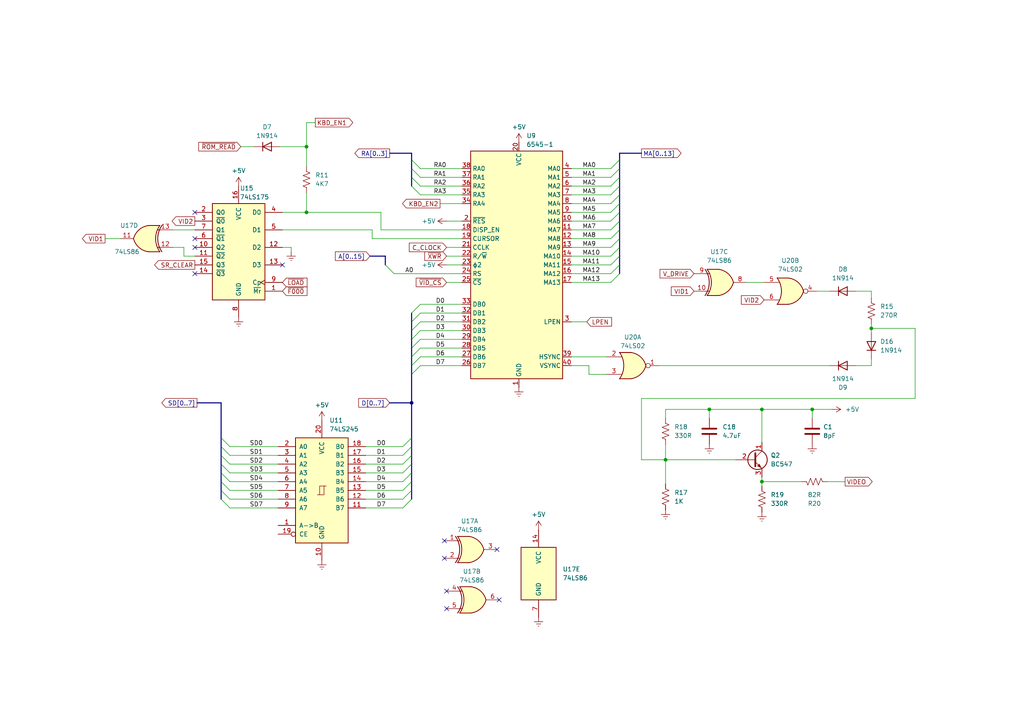
<source format=kicad_sch>
(kicad_sch (version 20230121) (generator eeschema)
  (paper "A4")
  (title_block (title "Microbee Kit") (date "1982") (rev "1") (comment 1 "(c) 1982 OJH MICROWORLD") (comment 2 "Schematic Resrawn by Rhys Weatherley"))
  (lib_symbols
    (symbol "74xx:74LS02" (pin_names (offset 1.016))
      (property "Reference" "U" (at 0 1.27 0))
      (property "Value" "74LS02" (at 0 -1.27 0))
      (symbol "74LS02_1_1"
        (arc (start -3.81 -3.81) (mid -2.589 0) (end -3.81 3.81) (stroke (width 0.254)))
        (arc (start -0.6096 -3.81) (mid 2.1842 -2.5851) (end 3.81 0) (stroke (width 0.254)) (fill (type background)))
        (polyline (pts (xy -3.81 -3.81) (xy -0.635 -3.81)) (stroke (width 0.254)) (fill (type background)))
        (polyline (pts (xy -3.81 3.81) (xy -0.635 3.81)) (stroke (width 0.254)) (fill (type background)))
        (polyline (pts (xy -0.635 3.81) (xy -3.81 3.81) (xy -3.81 3.81) (xy -3.556 3.4036) (xy -3.0226 2.2606) (xy -2.6924 1.0414) (xy -2.6162 -0.254) (xy -2.7686 -1.4986) (xy -3.175 -2.7178) (xy -3.81 -3.81) (xy -3.81 -3.81) (xy -0.635 -3.81)) (stroke (width -25.4)) (fill (type background)))
        (arc (start 3.81 0) (mid 2.1915 2.5936) (end -0.6096 3.81) (stroke (width 0.254)) (fill (type background)))
        (pin output inverted (at 7.62 0 180) (length 3.81) (name "~") (number "1"))
        (pin input line (at -7.62 2.54 0) (length 4.318) (name "~") (number "2"))
        (pin input line (at -7.62 -2.54 0) (length 4.318) (name "~") (number "3"))
      )
      (symbol "74LS02_1_2"
        (arc (start 0 -3.81) (mid 3.7934 0) (end 0 3.81) (stroke (width 0.254)) (fill (type background)))
        (polyline (pts (xy 0 3.81) (xy -3.81 3.81) (xy -3.81 -3.81) (xy 0 -3.81)) (stroke (width 0.254)) (fill (type background)))
        (pin output line (at 7.62 0 180) (length 3.81) (name "~") (number "1"))
        (pin input inverted (at -7.62 2.54 0) (length 3.81) (name "~") (number "2"))
        (pin input inverted (at -7.62 -2.54 0) (length 3.81) (name "~") (number "3"))
      )
      (symbol "74LS02_2_1"
        (arc (start -3.81 -3.81) (mid -2.589 0) (end -3.81 3.81) (stroke (width 0.254)))
        (arc (start -0.6096 -3.81) (mid 2.1842 -2.5851) (end 3.81 0) (stroke (width 0.254)) (fill (type background)))
        (polyline (pts (xy -3.81 -3.81) (xy -0.635 -3.81)) (stroke (width 0.254)) (fill (type background)))
        (polyline (pts (xy -3.81 3.81) (xy -0.635 3.81)) (stroke (width 0.254)) (fill (type background)))
        (polyline (pts (xy -0.635 3.81) (xy -3.81 3.81) (xy -3.81 3.81) (xy -3.556 3.4036) (xy -3.0226 2.2606) (xy -2.6924 1.0414) (xy -2.6162 -0.254) (xy -2.7686 -1.4986) (xy -3.175 -2.7178) (xy -3.81 -3.81) (xy -3.81 -3.81) (xy -0.635 -3.81)) (stroke (width -25.4)) (fill (type background)))
        (arc (start 3.81 0) (mid 2.1915 2.5936) (end -0.6096 3.81) (stroke (width 0.254)) (fill (type background)))
        (pin output inverted (at 7.62 0 180) (length 3.81) (name "~") (number "4"))
        (pin input line (at -7.62 2.54 0) (length 4.318) (name "~") (number "5"))
        (pin input line (at -7.62 -2.54 0) (length 4.318) (name "~") (number "6"))
      )
      (symbol "74LS02_2_2"
        (arc (start 0 -3.81) (mid 3.7934 0) (end 0 3.81) (stroke (width 0.254)) (fill (type background)))
        (polyline (pts (xy 0 3.81) (xy -3.81 3.81) (xy -3.81 -3.81) (xy 0 -3.81)) (stroke (width 0.254)) (fill (type background)))
        (pin output line (at 7.62 0 180) (length 3.81) (name "~") (number "4"))
        (pin input inverted (at -7.62 2.54 0) (length 3.81) (name "~") (number "5"))
        (pin input inverted (at -7.62 -2.54 0) (length 3.81) (name "~") (number "6"))
      )
      (symbol "74LS02_3_1"
        (arc (start -3.81 -3.81) (mid -2.589 0) (end -3.81 3.81) (stroke (width 0.254)))
        (arc (start -0.6096 -3.81) (mid 2.1842 -2.5851) (end 3.81 0) (stroke (width 0.254)) (fill (type background)))
        (polyline (pts (xy -3.81 -3.81) (xy -0.635 -3.81)) (stroke (width 0.254)) (fill (type background)))
        (polyline (pts (xy -3.81 3.81) (xy -0.635 3.81)) (stroke (width 0.254)) (fill (type background)))
        (polyline (pts (xy -0.635 3.81) (xy -3.81 3.81) (xy -3.81 3.81) (xy -3.556 3.4036) (xy -3.0226 2.2606) (xy -2.6924 1.0414) (xy -2.6162 -0.254) (xy -2.7686 -1.4986) (xy -3.175 -2.7178) (xy -3.81 -3.81) (xy -3.81 -3.81) (xy -0.635 -3.81)) (stroke (width -25.4)) (fill (type background)))
        (arc (start 3.81 0) (mid 2.1915 2.5936) (end -0.6096 3.81) (stroke (width 0.254)) (fill (type background)))
        (pin output inverted (at 7.62 0 180) (length 3.81) (name "~") (number "10"))
        (pin input line (at -7.62 2.54 0) (length 4.318) (name "~") (number "8"))
        (pin input line (at -7.62 -2.54 0) (length 4.318) (name "~") (number "9"))
      )
      (symbol "74LS02_3_2"
        (arc (start 0 -3.81) (mid 3.7934 0) (end 0 3.81) (stroke (width 0.254)) (fill (type background)))
        (polyline (pts (xy 0 3.81) (xy -3.81 3.81) (xy -3.81 -3.81) (xy 0 -3.81)) (stroke (width 0.254)) (fill (type background)))
        (pin output line (at 7.62 0 180) (length 3.81) (name "~") (number "10"))
        (pin input inverted (at -7.62 2.54 0) (length 3.81) (name "~") (number "8"))
        (pin input inverted (at -7.62 -2.54 0) (length 3.81) (name "~") (number "9"))
      )
      (symbol "74LS02_4_1"
        (arc (start -3.81 -3.81) (mid -2.589 0) (end -3.81 3.81) (stroke (width 0.254)))
        (arc (start -0.6096 -3.81) (mid 2.1842 -2.5851) (end 3.81 0) (stroke (width 0.254)) (fill (type background)))
        (polyline (pts (xy -3.81 -3.81) (xy -0.635 -3.81)) (stroke (width 0.254)) (fill (type background)))
        (polyline (pts (xy -3.81 3.81) (xy -0.635 3.81)) (stroke (width 0.254)) (fill (type background)))
        (polyline (pts (xy -0.635 3.81) (xy -3.81 3.81) (xy -3.81 3.81) (xy -3.556 3.4036) (xy -3.0226 2.2606) (xy -2.6924 1.0414) (xy -2.6162 -0.254) (xy -2.7686 -1.4986) (xy -3.175 -2.7178) (xy -3.81 -3.81) (xy -3.81 -3.81) (xy -0.635 -3.81)) (stroke (width -25.4)) (fill (type background)))
        (arc (start 3.81 0) (mid 2.1915 2.5936) (end -0.6096 3.81) (stroke (width 0.254)) (fill (type background)))
        (pin input line (at -7.62 2.54 0) (length 4.318) (name "~") (number "11"))
        (pin input line (at -7.62 -2.54 0) (length 4.318) (name "~") (number "12"))
        (pin output inverted (at 7.62 0 180) (length 3.81) (name "~") (number "13"))
      )
      (symbol "74LS02_4_2"
        (arc (start 0 -3.81) (mid 3.7934 0) (end 0 3.81) (stroke (width 0.254)) (fill (type background)))
        (polyline (pts (xy 0 3.81) (xy -3.81 3.81) (xy -3.81 -3.81) (xy 0 -3.81)) (stroke (width 0.254)) (fill (type background)))
        (pin input inverted (at -7.62 2.54 0) (length 3.81) (name "~") (number "11"))
        (pin input inverted (at -7.62 -2.54 0) (length 3.81) (name "~") (number "12"))
        (pin output line (at 7.62 0 180) (length 3.81) (name "~") (number "13"))
      )
      (symbol "74LS02_5_0"
        (pin power_in line (at 0 12.7 270) (length 5.08) (name "VCC") (number "14"))
        (pin power_in line (at 0 -12.7 90) (length 5.08) (name "GND") (number "7"))
      )
      (symbol "74LS02_5_1"
        (rectangle (start -5.08 7.62) (end 5.08 -7.62) (stroke (width 0.254)) (fill (type background)))
      )
    )
    (symbol "74xx:74LS175" (pin_names (offset 1.016))
      (property "Reference" "U" (at -7.62 13.97 0))
      (property "Value" "74LS175" (at -7.62 -16.51 0))
      (symbol "74LS175_1_0"
        (pin input line (at -12.7 -12.7 0) (length 5.08) (name "~{Mr}") (number "1"))
        (pin output line (at 12.7 0 180) (length 5.08) (name "Q2") (number "10"))
        (pin output line (at 12.7 -2.54 180) (length 5.08) (name "~{Q2}") (number "11"))
        (pin input line (at -12.7 0 0) (length 5.08) (name "D2") (number "12"))
        (pin input line (at -12.7 -5.08 0) (length 5.08) (name "D3") (number "13"))
        (pin output line (at 12.7 -7.62 180) (length 5.08) (name "~{Q3}") (number "14"))
        (pin output line (at 12.7 -5.08 180) (length 5.08) (name "Q3") (number "15"))
        (pin power_in line (at 0 17.78 270) (length 5.08) (name "VCC") (number "16"))
        (pin output line (at 12.7 10.16 180) (length 5.08) (name "Q0") (number "2"))
        (pin output line (at 12.7 7.62 180) (length 5.08) (name "~{Q0}") (number "3"))
        (pin input line (at -12.7 10.16 0) (length 5.08) (name "D0") (number "4"))
        (pin input line (at -12.7 5.08 0) (length 5.08) (name "D1") (number "5"))
        (pin output line (at 12.7 2.54 180) (length 5.08) (name "~{Q1}") (number "6"))
        (pin output line (at 12.7 5.08 180) (length 5.08) (name "Q1") (number "7"))
        (pin power_in line (at 0 -20.32 90) (length 5.08) (name "GND") (number "8"))
        (pin input clock (at -12.7 -10.16 0) (length 5.08) (name "Cp") (number "9"))
      )
      (symbol "74LS175_1_1"
        (rectangle (start -7.62 12.7) (end 7.62 -15.24) (stroke (width 0.254)) (fill (type background)))
      )
    )
    (symbol "74xx:74LS245" (pin_names (offset 1.016))
      (property "Reference" "U" (at -7.62 16.51 0))
      (property "Value" "74LS245" (at -7.62 -16.51 0))
      (symbol "74LS245_1_0"
        (polyline (pts (xy -0.635 -1.27) (xy -0.635 1.27) (xy 0.635 1.27)))
        (polyline (pts (xy -1.27 -1.27) (xy 0.635 -1.27) (xy 0.635 1.27) (xy 1.27 1.27)))
        (pin input line (at -12.7 -10.16 0) (length 5.08) (name "A->B") (number "1"))
        (pin power_in line (at 0 -20.32 90) (length 5.08) (name "GND") (number "10"))
        (pin tri_state line (at 12.7 -5.08 180) (length 5.08) (name "B7") (number "11"))
        (pin tri_state line (at 12.7 -2.54 180) (length 5.08) (name "B6") (number "12"))
        (pin tri_state line (at 12.7 0 180) (length 5.08) (name "B5") (number "13"))
        (pin tri_state line (at 12.7 2.54 180) (length 5.08) (name "B4") (number "14"))
        (pin tri_state line (at 12.7 5.08 180) (length 5.08) (name "B3") (number "15"))
        (pin tri_state line (at 12.7 7.62 180) (length 5.08) (name "B2") (number "16"))
        (pin tri_state line (at 12.7 10.16 180) (length 5.08) (name "B1") (number "17"))
        (pin tri_state line (at 12.7 12.7 180) (length 5.08) (name "B0") (number "18"))
        (pin input inverted (at -12.7 -12.7 0) (length 5.08) (name "CE") (number "19"))
        (pin tri_state line (at -12.7 12.7 0) (length 5.08) (name "A0") (number "2"))
        (pin power_in line (at 0 20.32 270) (length 5.08) (name "VCC") (number "20"))
        (pin tri_state line (at -12.7 10.16 0) (length 5.08) (name "A1") (number "3"))
        (pin tri_state line (at -12.7 7.62 0) (length 5.08) (name "A2") (number "4"))
        (pin tri_state line (at -12.7 5.08 0) (length 5.08) (name "A3") (number "5"))
        (pin tri_state line (at -12.7 2.54 0) (length 5.08) (name "A4") (number "6"))
        (pin tri_state line (at -12.7 0 0) (length 5.08) (name "A5") (number "7"))
        (pin tri_state line (at -12.7 -2.54 0) (length 5.08) (name "A6") (number "8"))
        (pin tri_state line (at -12.7 -5.08 0) (length 5.08) (name "A7") (number "9"))
      )
      (symbol "74LS245_1_1"
        (rectangle (start -7.62 15.24) (end 7.62 -15.24) (stroke (width 0.254)) (fill (type background)))
      )
    )
    (symbol "74xx:74LS86" (pin_names (offset 1.016))
      (property "Reference" "U" (at 0 1.27 0))
      (property "Value" "74LS86" (at 0 -1.27 0))
      (symbol "74LS86_1_0"
        (arc (start -4.4196 -3.81) (mid -3.2033 0) (end -4.4196 3.81) (stroke (width 0.254)))
        (arc (start -3.81 -3.81) (mid -2.589 0) (end -3.81 3.81) (stroke (width 0.254)))
        (arc (start -0.6096 -3.81) (mid 2.1842 -2.5851) (end 3.81 0) (stroke (width 0.254)) (fill (type background)))
        (polyline (pts (xy -3.81 -3.81) (xy -0.635 -3.81)) (stroke (width 0.254)) (fill (type background)))
        (polyline (pts (xy -3.81 3.81) (xy -0.635 3.81)) (stroke (width 0.254)) (fill (type background)))
        (polyline (pts (xy -0.635 3.81) (xy -3.81 3.81) (xy -3.81 3.81) (xy -3.556 3.4036) (xy -3.0226 2.2606) (xy -2.6924 1.0414) (xy -2.6162 -0.254) (xy -2.7686 -1.4986) (xy -3.175 -2.7178) (xy -3.81 -3.81) (xy -3.81 -3.81) (xy -0.635 -3.81)) (stroke (width -25.4)) (fill (type background)))
        (arc (start 3.81 0) (mid 2.1915 2.5936) (end -0.6096 3.81) (stroke (width 0.254)) (fill (type background)))
        (pin input line (at -7.62 2.54 0) (length 4.445) (name "~") (number "1"))
        (pin input line (at -7.62 -2.54 0) (length 4.445) (name "~") (number "2"))
        (pin output line (at 7.62 0 180) (length 3.81) (name "~") (number "3"))
      )
      (symbol "74LS86_1_1"
        (polyline (pts (xy -3.81 -2.54) (xy -3.175 -2.54)) (stroke (width 0.1524)))
        (polyline (pts (xy -3.81 2.54) (xy -3.175 2.54)) (stroke (width 0.1524)))
      )
      (symbol "74LS86_2_0"
        (arc (start -4.4196 -3.81) (mid -3.2033 0) (end -4.4196 3.81) (stroke (width 0.254)))
        (arc (start -3.81 -3.81) (mid -2.589 0) (end -3.81 3.81) (stroke (width 0.254)))
        (arc (start -0.6096 -3.81) (mid 2.1842 -2.5851) (end 3.81 0) (stroke (width 0.254)) (fill (type background)))
        (polyline (pts (xy -3.81 -3.81) (xy -0.635 -3.81)) (stroke (width 0.254)) (fill (type background)))
        (polyline (pts (xy -3.81 3.81) (xy -0.635 3.81)) (stroke (width 0.254)) (fill (type background)))
        (polyline (pts (xy -0.635 3.81) (xy -3.81 3.81) (xy -3.81 3.81) (xy -3.556 3.4036) (xy -3.0226 2.2606) (xy -2.6924 1.0414) (xy -2.6162 -0.254) (xy -2.7686 -1.4986) (xy -3.175 -2.7178) (xy -3.81 -3.81) (xy -3.81 -3.81) (xy -0.635 -3.81)) (stroke (width -25.4)) (fill (type background)))
        (arc (start 3.81 0) (mid 2.1915 2.5936) (end -0.6096 3.81) (stroke (width 0.254)) (fill (type background)))
        (pin input line (at -7.62 2.54 0) (length 4.445) (name "~") (number "4"))
        (pin input line (at -7.62 -2.54 0) (length 4.445) (name "~") (number "5"))
        (pin output line (at 7.62 0 180) (length 3.81) (name "~") (number "6"))
      )
      (symbol "74LS86_2_1"
        (polyline (pts (xy -3.81 -2.54) (xy -3.175 -2.54)) (stroke (width 0.1524)))
        (polyline (pts (xy -3.81 2.54) (xy -3.175 2.54)) (stroke (width 0.1524)))
      )
      (symbol "74LS86_3_0"
        (arc (start -4.4196 -3.81) (mid -3.2033 0) (end -4.4196 3.81) (stroke (width 0.254)))
        (arc (start -3.81 -3.81) (mid -2.589 0) (end -3.81 3.81) (stroke (width 0.254)))
        (arc (start -0.6096 -3.81) (mid 2.1842 -2.5851) (end 3.81 0) (stroke (width 0.254)) (fill (type background)))
        (polyline (pts (xy -3.81 -3.81) (xy -0.635 -3.81)) (stroke (width 0.254)) (fill (type background)))
        (polyline (pts (xy -3.81 3.81) (xy -0.635 3.81)) (stroke (width 0.254)) (fill (type background)))
        (polyline (pts (xy -0.635 3.81) (xy -3.81 3.81) (xy -3.81 3.81) (xy -3.556 3.4036) (xy -3.0226 2.2606) (xy -2.6924 1.0414) (xy -2.6162 -0.254) (xy -2.7686 -1.4986) (xy -3.175 -2.7178) (xy -3.81 -3.81) (xy -3.81 -3.81) (xy -0.635 -3.81)) (stroke (width -25.4)) (fill (type background)))
        (arc (start 3.81 0) (mid 2.1915 2.5936) (end -0.6096 3.81) (stroke (width 0.254)) (fill (type background)))
        (pin input line (at -7.62 -2.54 0) (length 4.445) (name "~") (number "10"))
        (pin output line (at 7.62 0 180) (length 3.81) (name "~") (number "8"))
        (pin input line (at -7.62 2.54 0) (length 4.445) (name "~") (number "9"))
      )
      (symbol "74LS86_3_1"
        (polyline (pts (xy -3.81 -2.54) (xy -3.175 -2.54)) (stroke (width 0.1524)))
        (polyline (pts (xy -3.81 2.54) (xy -3.175 2.54)) (stroke (width 0.1524)))
      )
      (symbol "74LS86_4_0"
        (arc (start -4.4196 -3.81) (mid -3.2033 0) (end -4.4196 3.81) (stroke (width 0.254)))
        (arc (start -3.81 -3.81) (mid -2.589 0) (end -3.81 3.81) (stroke (width 0.254)))
        (arc (start -0.6096 -3.81) (mid 2.1842 -2.5851) (end 3.81 0) (stroke (width 0.254)) (fill (type background)))
        (polyline (pts (xy -3.81 -3.81) (xy -0.635 -3.81)) (stroke (width 0.254)) (fill (type background)))
        (polyline (pts (xy -3.81 3.81) (xy -0.635 3.81)) (stroke (width 0.254)) (fill (type background)))
        (polyline (pts (xy -0.635 3.81) (xy -3.81 3.81) (xy -3.81 3.81) (xy -3.556 3.4036) (xy -3.0226 2.2606) (xy -2.6924 1.0414) (xy -2.6162 -0.254) (xy -2.7686 -1.4986) (xy -3.175 -2.7178) (xy -3.81 -3.81) (xy -3.81 -3.81) (xy -0.635 -3.81)) (stroke (width -25.4)) (fill (type background)))
        (arc (start 3.81 0) (mid 2.1915 2.5936) (end -0.6096 3.81) (stroke (width 0.254)) (fill (type background)))
        (pin output line (at 7.62 0 180) (length 3.81) (name "~") (number "11"))
        (pin input line (at -7.62 2.54 0) (length 4.445) (name "~") (number "12"))
        (pin input line (at -7.62 -2.54 0) (length 4.445) (name "~") (number "13"))
      )
      (symbol "74LS86_4_1"
        (polyline (pts (xy -3.81 -2.54) (xy -3.175 -2.54)) (stroke (width 0.1524)))
        (polyline (pts (xy -3.81 2.54) (xy -3.175 2.54)) (stroke (width 0.1524)))
      )
      (symbol "74LS86_5_0"
        (pin power_in line (at 0 12.7 270) (length 5.08) (name "VCC") (number "14"))
        (pin power_in line (at 0 -12.7 90) (length 5.08) (name "GND") (number "7"))
      )
      (symbol "74LS86_5_1"
        (rectangle (start -5.08 7.62) (end 5.08 -7.62) (stroke (width 0.254)) (fill (type background)))
      )
    )
    (symbol "Device:C" (pin_numbers hide) (pin_names (offset 0.254))
      (property "Reference" "C" (at 0.635 2.54 0))
      (property "Value" "C" (at 0.635 -2.54 0))
      (symbol "C_0_1"
        (polyline (pts (xy -2.032 -0.762) (xy 2.032 -0.762)) (stroke (width 0.508)))
        (polyline (pts (xy -2.032 0.762) (xy 2.032 0.762)) (stroke (width 0.508)))
      )
      (symbol "C_1_1"
        (pin passive line (at 0 3.81 270) (length 2.794) (name "~") (number "1"))
        (pin passive line (at 0 -3.81 90) (length 2.794) (name "~") (number "2"))
      )
    )
    (symbol "Device:R_US" (pin_numbers hide) (pin_names (offset 0))
      (property "Reference" "R" (at 2.54 0 90))
      (property "Value" "R_US" (at -2.54 0 90))
      (symbol "R_US_0_1"
        (polyline (pts (xy 0 -2.286) (xy 0 -2.54)))
        (polyline (pts (xy 0 2.286) (xy 0 2.54)))
        (polyline (pts (xy 0 -0.762) (xy 1.016 -1.143) (xy 0 -1.524) (xy -1.016 -1.905) (xy 0 -2.286)))
        (polyline (pts (xy 0 0.762) (xy 1.016 0.381) (xy 0 0) (xy -1.016 -0.381) (xy 0 -0.762)))
        (polyline (pts (xy 0 2.286) (xy 1.016 1.905) (xy 0 1.524) (xy -1.016 1.143) (xy 0 0.762)))
      )
      (symbol "R_US_1_1"
        (pin passive line (at 0 3.81 270) (length 1.27) (name "~") (number "1"))
        (pin passive line (at 0 -3.81 90) (length 1.27) (name "~") (number "2"))
      )
    )
    (symbol "Diode:1N914" (pin_numbers hide) (pin_names hide)
      (property "Reference" "D" (at 0 2.54 0))
      (property "Value" "1N914" (at 0 -2.54 0))
      (symbol "1N914_0_1"
        (polyline (pts (xy -1.27 1.27) (xy -1.27 -1.27)) (stroke (width 0.254)))
        (polyline (pts (xy 1.27 0) (xy -1.27 0)))
        (polyline (pts (xy 1.27 1.27) (xy 1.27 -1.27) (xy -1.27 0) (xy 1.27 1.27)) (stroke (width 0.254)))
      )
      (symbol "1N914_1_1"
        (pin passive line (at -3.81 0 0) (length 2.54) (name "K") (number "1"))
        (pin passive line (at 3.81 0 180) (length 2.54) (name "A") (number "2"))
      )
    )
    (symbol "MOS_6545_CRT:6545-1"
      (property "Reference" "U" (at 3.81 2.54 0))
      (property "Value" "6545-1" (at 6.35 0 0))
      (symbol "6545-1_1_1"
        (rectangle (start -13.97 -2.54) (end 12.7 -68.58) (stroke (width 0.25)) (fill (type background)))
        (pin power_in line (at 0 -71.12 90) (length 2.54) (name "GND") (number "1"))
        (pin output line (at 15.24 -22.86 180) (length 2.54) (name "MA6") (number "10"))
        (pin output line (at 15.24 -25.4 180) (length 2.54) (name "MA7") (number "11"))
        (pin output line (at 15.24 -27.94 180) (length 2.54) (name "MA8") (number "12"))
        (pin output line (at 15.24 -30.48 180) (length 2.54) (name "MA9") (number "13"))
        (pin output line (at 15.24 -33.02 180) (length 2.54) (name "MA10") (number "14"))
        (pin output line (at 15.24 -35.56 180) (length 2.54) (name "MA11") (number "15"))
        (pin output line (at 15.24 -38.1 180) (length 2.54) (name "MA12") (number "16"))
        (pin output line (at 15.24 -40.64 180) (length 2.54) (name "MA13") (number "17"))
        (pin input line (at -16.51 -25.4 0) (length 2.54) (name "DISP_EN") (number "18"))
        (pin input line (at -16.51 -27.94 0) (length 2.54) (name "CURSOR") (number "19"))
        (pin input line (at -16.51 -22.86 0) (length 2.54) (name "~{RES}") (number "2"))
        (pin power_in line (at 0 0 270) (length 2.54) (name "VCC") (number "20"))
        (pin input line (at -16.51 -30.48 0) (length 2.54) (name "CCLK") (number "21"))
        (pin input line (at -16.51 -33.02 0) (length 2.54) (name "R/~{W}") (number "22"))
        (pin input line (at -16.51 -35.56 0) (length 2.54) (name "ϕ2") (number "23"))
        (pin input line (at -16.51 -38.1 0) (length 2.54) (name "RS") (number "24"))
        (pin input line (at -16.51 -40.64 0) (length 2.54) (name "~{CS}") (number "25"))
        (pin bidirectional line (at -16.51 -64.77 0) (length 2.54) (name "DB7") (number "26"))
        (pin bidirectional line (at -16.51 -62.23 0) (length 2.54) (name "DB6") (number "27"))
        (pin bidirectional line (at -16.51 -59.69 0) (length 2.54) (name "DB5") (number "28"))
        (pin bidirectional line (at -16.51 -57.15 0) (length 2.54) (name "DB4") (number "29"))
        (pin input line (at 15.24 -52.07 180) (length 2.54) (name "LPEN") (number "3"))
        (pin bidirectional line (at -16.51 -54.61 0) (length 2.54) (name "DB3") (number "30"))
        (pin bidirectional line (at -16.51 -52.07 0) (length 2.54) (name "DB2") (number "31"))
        (pin bidirectional line (at -16.51 -49.53 0) (length 2.54) (name "DB1") (number "32"))
        (pin bidirectional line (at -16.51 -46.99 0) (length 2.54) (name "DB0") (number "33"))
        (pin output line (at -16.51 -17.78 0) (length 2.54) (name "RA4") (number "34"))
        (pin output line (at -16.51 -15.24 0) (length 2.54) (name "RA3") (number "35"))
        (pin output line (at -16.51 -12.7 0) (length 2.54) (name "RA2") (number "36"))
        (pin output line (at -16.51 -10.16 0) (length 2.54) (name "RA1") (number "37"))
        (pin output line (at -16.51 -7.62 0) (length 2.54) (name "RA0") (number "38"))
        (pin input line (at 15.24 -62.23 180) (length 2.54) (name "HSYNC") (number "39"))
        (pin output line (at 15.24 -7.62 180) (length 2.54) (name "MA0") (number "4"))
        (pin input line (at 15.24 -64.77 180) (length 2.54) (name "VSYNC") (number "40"))
        (pin output line (at 15.24 -10.16 180) (length 2.54) (name "MA1") (number "5"))
        (pin output line (at 15.24 -12.7 180) (length 2.54) (name "MA2") (number "6"))
        (pin output line (at 15.24 -15.24 180) (length 2.54) (name "MA3") (number "7"))
        (pin output line (at 15.24 -17.78 180) (length 2.54) (name "MA4") (number "8"))
        (pin output line (at 15.24 -20.32 180) (length 2.54) (name "MA5") (number "9"))
      )
    )
    (symbol "Transistor_BJT:BC547" (pin_names (offset 0) hide)
      (property "Reference" "Q" (at 5.08 1.905 0))
      (property "Value" "BC547" (at 5.08 0 0))
      (symbol "BC547_0_1"
        (polyline (pts (xy 0 0) (xy 0.635 0)))
        (polyline (pts (xy 0.635 0.635) (xy 2.54 2.54)))
        (polyline (pts (xy 0.635 -0.635) (xy 2.54 -2.54) (xy 2.54 -2.54)))
        (polyline (pts (xy 0.635 1.905) (xy 0.635 -1.905) (xy 0.635 -1.905)) (stroke (width 0.508)))
        (polyline (pts (xy 1.27 -1.778) (xy 1.778 -1.27) (xy 2.286 -2.286) (xy 1.27 -1.778) (xy 1.27 -1.778)) (fill (type outline)))
        (circle (center 1.27 0) (radius 2.8194) (stroke (width 0.254)))
      )
      (symbol "BC547_1_1"
        (pin passive line (at 2.54 5.08 270) (length 2.54) (name "C") (number "1"))
        (pin input line (at -5.08 0 0) (length 5.08) (name "B") (number "2"))
        (pin passive line (at 2.54 -5.08 90) (length 2.54) (name "E") (number "3"))
      )
    )
    (symbol "power:+5V" (power) (pin_names (offset 0))
      (property "Value" "+5V" (at 0 3.556 0))
      (symbol "+5V_0_1"
        (polyline (pts (xy -0.762 1.27) (xy 0 2.54)))
        (polyline (pts (xy 0 0) (xy 0 2.54)))
        (polyline (pts (xy 0 2.54) (xy 0.762 1.27)))
      )
      (symbol "+5V_1_1"
        (pin power_in line (at 0 0 90) (length 0) hide (name "+5V") (number "1"))
      )
    )
    (symbol "power:Earth" (power) (pin_names (offset 0))
      (symbol "Earth_0_1"
        (polyline (pts (xy -0.635 -1.905) (xy 0.635 -1.905)))
        (polyline (pts (xy -0.127 -2.54) (xy 0.127 -2.54)))
        (polyline (pts (xy 0 -1.27) (xy 0 0)))
        (polyline (pts (xy 1.27 -1.27) (xy -1.27 -1.27)))
      )
      (symbol "Earth_1_1"
        (pin power_in line (at 0 0 270) (length 0) hide (name "Earth") (number "1"))
      )
    )
  )
  (junction (at 205.74 118.745))
  (junction (at 119.38 116.84))
  (junction (at 220.98 139.7))
  (junction (at 235.585 118.745))
  (junction (at 88.9 42.545))
  (junction (at 88.9 61.595))
  (junction (at 193.04 133.35))
  (junction (at 252.73 95.25))
  (junction (at 220.98 118.745))
  (no_connect (at 129.54 176.53))
  (no_connect (at 129.54 171.45))
  (no_connect (at 128.905 156.845))
  (no_connect (at 56.515 69.215))
  (no_connect (at 144.145 159.385))
  (no_connect (at 128.905 161.925))
  (no_connect (at 56.515 79.375))
  (no_connect (at 144.78 173.99))
  (no_connect (at 56.515 61.595))
  (no_connect (at 56.515 71.755))
  (no_connect (at 81.915 76.835))
  (bus_entry (at 119.38 95.885) (size 2.54 -2.54))
  (bus_entry (at 119.38 48.895) (size 2.54 2.54))
  (bus_entry (at 177.165 51.435) (size 2.54 -2.54))
  (bus_entry (at 177.165 71.755) (size 2.54 -2.54))
  (bus_entry (at 119.38 46.355) (size 2.54 2.54))
  (bus_entry (at 177.165 64.135) (size 2.54 -2.54))
  (bus_entry (at 111.76 76.835) (size 2.54 2.54))
  (bus_entry (at 177.165 48.895) (size 2.54 -2.54))
  (bus_entry (at 64.135 132.08) (size 2.54 2.54))
  (bus_entry (at 119.38 90.805) (size 2.54 -2.54))
  (bus_entry (at 64.135 137.16) (size 2.54 2.54))
  (bus_entry (at 119.38 106.045) (size 2.54 -2.54))
  (bus_entry (at 177.165 74.295) (size 2.54 -2.54))
  (bus_entry (at 116.84 129.54) (size 2.54 -2.54))
  (bus_entry (at 177.165 53.975) (size 2.54 -2.54))
  (bus_entry (at 177.165 76.835) (size 2.54 -2.54))
  (bus_entry (at 119.38 93.345) (size 2.54 -2.54))
  (bus_entry (at 116.84 137.16) (size 2.54 -2.54))
  (bus_entry (at 177.165 61.595) (size 2.54 -2.54))
  (bus_entry (at 116.84 147.32) (size 2.54 -2.54))
  (bus_entry (at 177.165 81.915) (size 2.54 -2.54))
  (bus_entry (at 119.38 100.965) (size 2.54 -2.54))
  (bus_entry (at 119.38 103.505) (size 2.54 -2.54))
  (bus_entry (at 119.38 108.585) (size 2.54 -2.54))
  (bus_entry (at 64.135 142.24) (size 2.54 2.54))
  (bus_entry (at 64.135 129.54) (size 2.54 2.54))
  (bus_entry (at 64.135 127) (size 2.54 2.54))
  (bus_entry (at 177.165 79.375) (size 2.54 -2.54))
  (bus_entry (at 119.38 51.435) (size 2.54 2.54))
  (bus_entry (at 116.84 132.08) (size 2.54 -2.54))
  (bus_entry (at 116.84 134.62) (size 2.54 -2.54))
  (bus_entry (at 116.84 139.7) (size 2.54 -2.54))
  (bus_entry (at 64.135 134.62) (size 2.54 2.54))
  (bus_entry (at 177.165 56.515) (size 2.54 -2.54))
  (bus_entry (at 116.84 142.24) (size 2.54 -2.54))
  (bus_entry (at 64.135 139.7) (size 2.54 2.54))
  (bus_entry (at 116.84 144.78) (size 2.54 -2.54))
  (bus_entry (at 177.165 59.055) (size 2.54 -2.54))
  (bus_entry (at 177.165 66.675) (size 2.54 -2.54))
  (bus_entry (at 177.165 69.215) (size 2.54 -2.54))
  (bus_entry (at 64.135 144.78) (size 2.54 2.54))
  (bus_entry (at 119.38 53.975) (size 2.54 2.54))
  (bus_entry (at 119.38 98.425) (size 2.54 -2.54))
  (wire (pts (xy 121.92 98.425) (xy 133.985 98.425)))
  (wire (pts (xy 265.43 95.25) (xy 265.43 115.57)))
  (wire (pts (xy 53.34 74.295) (xy 56.515 74.295)))
  (bus (pts (xy 179.705 71.755) (xy 179.705 69.215)))
  (bus (pts (xy 179.705 69.215) (xy 179.705 66.675)))
  (wire (pts (xy 107.95 66.675) (xy 107.95 69.215)))
  (bus (pts (xy 119.38 44.45) (xy 113.03 44.45)))
  (bus (pts (xy 64.135 142.24) (xy 64.135 139.7)))
  (wire (pts (xy 69.85 42.545) (xy 73.66 42.545)))
  (bus (pts (xy 179.705 53.975) (xy 179.705 51.435)))
  (bus (pts (xy 64.135 144.78) (xy 64.135 142.24)))
  (bus (pts (xy 107.315 74.295) (xy 111.76 74.295)))
  (wire (pts (xy 81.915 61.595) (xy 88.9 61.595)))
  (wire (pts (xy 66.675 147.32) (xy 80.645 147.32)))
  (bus (pts (xy 119.38 53.975) (xy 119.38 51.435)))
  (wire (pts (xy 248.285 84.455) (xy 252.73 84.455)))
  (bus (pts (xy 119.38 116.84) (xy 119.38 127)))
  (wire (pts (xy 66.675 129.54) (xy 80.645 129.54)))
  (wire (pts (xy 193.04 118.745) (xy 205.74 118.745)))
  (wire (pts (xy 121.92 53.975) (xy 133.985 53.975)))
  (wire (pts (xy 121.92 93.345) (xy 133.985 93.345)))
  (bus (pts (xy 179.705 56.515) (xy 179.705 53.975)))
  (bus (pts (xy 64.135 116.84) (xy 57.15 116.84)))
  (wire (pts (xy 252.73 93.98) (xy 252.73 95.25)))
  (wire (pts (xy 129.54 74.295) (xy 133.985 74.295)))
  (wire (pts (xy 165.735 48.895) (xy 177.165 48.895)))
  (bus (pts (xy 119.38 98.425) (xy 119.38 100.965)))
  (wire (pts (xy 252.73 84.455) (xy 252.73 86.36)))
  (wire (pts (xy 193.04 133.35) (xy 193.04 140.335)))
  (wire (pts (xy 66.675 139.7) (xy 80.645 139.7)))
  (wire (pts (xy 66.675 134.62) (xy 80.645 134.62)))
  (bus (pts (xy 119.38 93.345) (xy 119.38 95.885)))
  (wire (pts (xy 165.735 51.435) (xy 177.165 51.435)))
  (bus (pts (xy 179.705 44.45) (xy 186.055 44.45)))
  (wire (pts (xy 165.735 76.835) (xy 177.165 76.835)))
  (wire (pts (xy 165.735 64.135) (xy 177.165 64.135)))
  (bus (pts (xy 64.135 134.62) (xy 64.135 132.08)))
  (bus (pts (xy 119.38 139.7) (xy 119.38 142.24)))
  (wire (pts (xy 265.43 115.57) (xy 186.055 115.57)))
  (wire (pts (xy 110.49 61.595) (xy 110.49 66.675)))
  (wire (pts (xy 129.54 71.755) (xy 133.985 71.755)))
  (bus (pts (xy 119.38 46.355) (xy 119.38 44.45)))
  (wire (pts (xy 121.92 51.435) (xy 133.985 51.435)))
  (wire (pts (xy 88.9 42.545) (xy 81.28 42.545)))
  (wire (pts (xy 121.92 90.805) (xy 133.985 90.805)))
  (wire (pts (xy 165.735 66.675) (xy 177.165 66.675)))
  (wire (pts (xy 106.045 134.62) (xy 116.84 134.62)))
  (wire (pts (xy 66.675 144.78) (xy 80.645 144.78)))
  (bus (pts (xy 179.705 74.295) (xy 179.705 71.755)))
  (bus (pts (xy 119.38 127) (xy 119.38 129.54)))
  (bus (pts (xy 119.38 142.24) (xy 119.38 144.78)))
  (wire (pts (xy 121.92 56.515) (xy 133.985 56.515)))
  (wire (pts (xy 165.735 56.515) (xy 177.165 56.515)))
  (wire (pts (xy 165.735 103.505) (xy 175.895 103.505)))
  (bus (pts (xy 119.38 132.08) (xy 119.38 134.62)))
  (wire (pts (xy 121.92 48.895) (xy 133.985 48.895)))
  (wire (pts (xy 165.735 61.595) (xy 177.165 61.595)))
  (wire (pts (xy 110.49 66.675) (xy 133.985 66.675)))
  (wire (pts (xy 165.735 93.345) (xy 170.18 93.345)))
  (wire (pts (xy 66.675 137.16) (xy 80.645 137.16)))
  (bus (pts (xy 64.135 139.7) (xy 64.135 137.16)))
  (wire (pts (xy 88.9 61.595) (xy 110.49 61.595)))
  (wire (pts (xy 129.54 81.915) (xy 133.985 81.915)))
  (wire (pts (xy 186.055 115.57) (xy 186.055 133.35)))
  (wire (pts (xy 66.675 142.24) (xy 80.645 142.24)))
  (wire (pts (xy 129.54 76.835) (xy 133.985 76.835)))
  (wire (pts (xy 252.73 104.14) (xy 252.73 106.045)))
  (wire (pts (xy 170.815 106.045) (xy 170.815 108.585)))
  (wire (pts (xy 193.04 121.285) (xy 193.04 118.745)))
  (wire (pts (xy 252.73 95.25) (xy 252.73 96.52)))
  (wire (pts (xy 220.98 138.43) (xy 220.98 139.7)))
  (bus (pts (xy 179.705 76.835) (xy 179.705 74.295)))
  (wire (pts (xy 205.74 118.745) (xy 220.98 118.745)))
  (bus (pts (xy 119.38 90.805) (xy 119.38 93.345)))
  (wire (pts (xy 220.98 139.7) (xy 220.98 140.97)))
  (wire (pts (xy 165.735 81.915) (xy 177.165 81.915)))
  (bus (pts (xy 119.38 129.54) (xy 119.38 132.08)))
  (wire (pts (xy 121.92 95.885) (xy 133.985 95.885)))
  (wire (pts (xy 84.455 71.755) (xy 84.455 73.025)))
  (bus (pts (xy 179.705 61.595) (xy 179.705 59.055)))
  (wire (pts (xy 106.045 132.08) (xy 116.84 132.08)))
  (bus (pts (xy 119.38 116.84) (xy 113.03 116.84)))
  (wire (pts (xy 165.735 106.045) (xy 170.815 106.045)))
  (wire (pts (xy 127.635 59.055) (xy 133.985 59.055)))
  (bus (pts (xy 111.76 74.295) (xy 111.76 76.835)))
  (bus (pts (xy 119.38 108.585) (xy 119.38 116.84)))
  (bus (pts (xy 64.135 129.54) (xy 64.135 127)))
  (bus (pts (xy 64.135 127) (xy 64.135 116.84)))
  (wire (pts (xy 121.92 100.965) (xy 133.985 100.965)))
  (wire (pts (xy 193.04 128.905) (xy 193.04 133.35)))
  (bus (pts (xy 179.705 48.895) (xy 179.705 46.355)))
  (wire (pts (xy 165.735 53.975) (xy 177.165 53.975)))
  (wire (pts (xy 114.3 79.375) (xy 133.985 79.375)))
  (bus (pts (xy 119.38 103.505) (xy 119.38 106.045)))
  (bus (pts (xy 179.705 79.375) (xy 179.705 76.835)))
  (bus (pts (xy 119.38 95.885) (xy 119.38 98.425)))
  (wire (pts (xy 106.045 147.32) (xy 116.84 147.32)))
  (wire (pts (xy 121.92 88.265) (xy 133.985 88.265)))
  (bus (pts (xy 179.705 66.675) (xy 179.705 64.135)))
  (wire (pts (xy 50.165 66.675) (xy 56.515 66.675)))
  (bus (pts (xy 64.135 137.16) (xy 64.135 134.62)))
  (wire (pts (xy 235.585 121.285) (xy 235.585 118.745)))
  (wire (pts (xy 121.92 103.505) (xy 133.985 103.505)))
  (bus (pts (xy 119.38 134.62) (xy 119.38 137.16)))
  (wire (pts (xy 88.9 48.26) (xy 88.9 42.545)))
  (wire (pts (xy 165.735 79.375) (xy 177.165 79.375)))
  (wire (pts (xy 106.045 139.7) (xy 116.84 139.7)))
  (bus (pts (xy 179.705 51.435) (xy 179.705 48.895)))
  (wire (pts (xy 193.04 133.35) (xy 213.36 133.35)))
  (wire (pts (xy 165.735 74.295) (xy 177.165 74.295)))
  (bus (pts (xy 119.38 100.965) (xy 119.38 103.505)))
  (wire (pts (xy 53.34 71.755) (xy 53.34 74.295)))
  (wire (pts (xy 91.44 35.56) (xy 88.9 35.56)))
  (bus (pts (xy 119.38 48.895) (xy 119.38 46.355)))
  (wire (pts (xy 216.535 81.915) (xy 221.615 81.915)))
  (wire (pts (xy 252.73 106.045) (xy 248.285 106.045)))
  (bus (pts (xy 179.705 46.355) (xy 179.705 44.45)))
  (wire (pts (xy 235.585 118.745) (xy 220.98 118.745)))
  (wire (pts (xy 170.815 108.585) (xy 175.895 108.585)))
  (wire (pts (xy 106.045 142.24) (xy 116.84 142.24)))
  (wire (pts (xy 186.055 133.35) (xy 193.04 133.35)))
  (wire (pts (xy 220.98 139.7) (xy 232.41 139.7)))
  (wire (pts (xy 30.48 69.215) (xy 34.925 69.215)))
  (wire (pts (xy 165.735 59.055) (xy 177.165 59.055)))
  (bus (pts (xy 119.38 106.045) (xy 119.38 108.585)))
  (bus (pts (xy 179.705 64.135) (xy 179.705 61.595)))
  (wire (pts (xy 106.045 144.78) (xy 116.84 144.78)))
  (wire (pts (xy 191.135 106.045) (xy 240.665 106.045)))
  (wire (pts (xy 66.675 132.08) (xy 80.645 132.08)))
  (wire (pts (xy 88.9 35.56) (xy 88.9 42.545)))
  (wire (pts (xy 235.585 118.745) (xy 241.3 118.745)))
  (wire (pts (xy 81.915 71.755) (xy 84.455 71.755)))
  (wire (pts (xy 165.735 69.215) (xy 177.165 69.215)))
  (wire (pts (xy 205.74 118.745) (xy 205.74 121.285)))
  (wire (pts (xy 50.165 71.755) (xy 53.34 71.755)))
  (wire (pts (xy 236.855 84.455) (xy 240.665 84.455)))
  (wire (pts (xy 107.95 69.215) (xy 133.985 69.215)))
  (bus (pts (xy 179.705 59.055) (xy 179.705 56.515)))
  (bus (pts (xy 119.38 51.435) (xy 119.38 48.895)))
  (wire (pts (xy 88.9 55.88) (xy 88.9 61.595)))
  (bus (pts (xy 64.135 132.08) (xy 64.135 129.54)))
  (wire (pts (xy 106.045 129.54) (xy 116.84 129.54)))
  (wire (pts (xy 129.54 64.135) (xy 133.985 64.135)))
  (wire (pts (xy 121.92 106.045) (xy 133.985 106.045)))
  (wire (pts (xy 240.03 139.7) (xy 245.11 139.7)))
  (bus (pts (xy 119.38 137.16) (xy 119.38 139.7)))
  (wire (pts (xy 252.73 95.25) (xy 265.43 95.25)))
  (wire (pts (xy 220.98 118.745) (xy 220.98 128.27)))
  (wire (pts (xy 106.045 137.16) (xy 116.84 137.16)))
  (wire (pts (xy 81.915 66.675) (xy 107.95 66.675)))
  (wire (pts (xy 165.735 71.755) (xy 177.165 71.755)))
  (label "MA13" (at 168.91 81.915 0))
  (label "MA8" (at 168.91 69.215 0))
  (label "MA7" (at 168.91 66.675 0))
  (label "D5" (at 126.365 100.965 0))
  (label "MA0" (at 168.91 48.895 0))
  (label "MA9" (at 168.91 71.755 0))
  (label "MA5" (at 168.91 61.595 0))
  (label "SD6" (at 72.39 144.78 0))
  (label "MA10" (at 168.91 74.295 0))
  (label "MA12" (at 168.91 79.375 0))
  (label "D0" (at 109.22 129.54 0))
  (label "D4" (at 109.22 139.7 0))
  (label "MA1" (at 168.91 51.435 0))
  (label "D7" (at 109.22 147.32 0))
  (label "D3" (at 109.22 137.16 0))
  (label "SD7" (at 72.39 147.32 0))
  (label "D2" (at 126.365 93.345 0))
  (label "A0" (at 117.475 79.375 0))
  (label "SD2" (at 72.39 134.62 0))
  (label "D7" (at 126.365 106.045 0))
  (label "SD0" (at 72.39 129.54 0))
  (label "RA3" (at 125.73 56.515 0))
  (label "SD1" (at 72.39 132.08 0))
  (label "D5" (at 109.22 142.24 0))
  (label "SD3" (at 72.39 137.16 0))
  (label "D6" (at 126.365 103.505 0))
  (label "D6" (at 109.22 144.78 0))
  (label "RA0" (at 125.73 48.895 0))
  (label "D0" (at 126.365 88.265 0))
  (label "D4" (at 126.365 98.425 0))
  (label "D3" (at 126.365 95.885 0))
  (label "MA2" (at 168.91 53.975 0))
  (label "MA11" (at 168.91 76.835 0))
  (label "RA1" (at 125.73 51.435 0))
  (label "RA2" (at 125.73 53.975 0))
  (label "MA4" (at 168.91 59.055 0))
  (label "D1" (at 126.365 90.805 0))
  (label "MA3" (at 168.91 56.515 0))
  (label "SD5" (at 72.39 142.24 0))
  (label "SD4" (at 72.39 139.7 0))
  (label "D2" (at 109.22 134.62 0))
  (label "MA6" (at 168.91 64.135 0))
  (label "D1" (at 109.22 132.08 0))
  (global_label "~{XWR}" (shape input) (at 129.54 74.295 180) (property "Intersheetrefs" "${INTERSHEET_REFS}" (effects hide)))
  (global_label "KBD_EN1" (shape output) (at 91.44 35.56 0) (property "Intersheetrefs" "${INTERSHEET_REFS}" (effects hide)))
  (global_label "LPEN" (shape input) (at 170.18 93.345 0) (property "Intersheetrefs" "${INTERSHEET_REFS}" (effects hide)))
  (global_label "~{LOAD}" (shape input) (at 81.915 81.915 0) (property "Intersheetrefs" "${INTERSHEET_REFS}" (effects hide)))
  (global_label "VID1" (shape input) (at 201.295 84.455 180) (property "Intersheetrefs" "${INTERSHEET_REFS}" (effects hide)))
  (global_label "RA[0..3]" (shape output) (at 113.03 44.45 180) (property "Intersheetrefs" "${INTERSHEET_REFS}" (effects hide)))
  (global_label "C_CLOCK" (shape input) (at 129.54 71.755 180) (property "Intersheetrefs" "${INTERSHEET_REFS}" (effects hide)))
  (global_label "KBD_EN2" (shape output) (at 127.635 59.055 180) (property "Intersheetrefs" "${INTERSHEET_REFS}" (effects hide)))
  (global_label "SD[0..7]" (shape output) (at 57.15 116.84 180) (property "Intersheetrefs" "${INTERSHEET_REFS}" (effects hide)))
  (global_label "SR_CLEAR" (shape output) (at 56.515 76.835 180) (property "Intersheetrefs" "${INTERSHEET_REFS}" (effects hide)))
  (global_label "V_DRIVE" (shape input) (at 201.295 79.375 180) (property "Intersheetrefs" "${INTERSHEET_REFS}" (effects hide)))
  (global_label "VID1" (shape output) (at 30.48 69.215 180) (property "Intersheetrefs" "${INTERSHEET_REFS}" (effects hide)))
  (global_label "MA[0..13]" (shape output) (at 186.055 44.45 0) (property "Intersheetrefs" "${INTERSHEET_REFS}" (effects hide)))
  (global_label "~{ROM_READ}" (shape input) (at 69.85 42.545 180) (property "Intersheetrefs" "${INTERSHEET_REFS}" (effects hide)))
  (global_label "VID2" (shape output) (at 56.515 64.135 180) (property "Intersheetrefs" "${INTERSHEET_REFS}" (effects hide)))
  (global_label "D[0..7]" (shape input) (at 113.03 116.84 180) (property "Intersheetrefs" "${INTERSHEET_REFS}" (effects hide)))
  (global_label "VIDEO" (shape output) (at 245.11 139.7 0) (property "Intersheetrefs" "${INTERSHEET_REFS}" (effects hide)))
  (global_label "A[0..15]" (shape input) (at 107.315 74.295 180) (property "Intersheetrefs" "${INTERSHEET_REFS}" (effects hide)))
  (global_label "VID2" (shape input) (at 221.615 86.995 180) (property "Intersheetrefs" "${INTERSHEET_REFS}" (effects hide)))
  (global_label "~{F000}" (shape input) (at 81.915 84.455 0) (property "Intersheetrefs" "${INTERSHEET_REFS}" (effects hide)))
  (global_label "~{VID_CS}" (shape input) (at 129.54 81.915 180) (property "Intersheetrefs" "${INTERSHEET_REFS}" (effects hide)))
  (symbol (lib_id "power:Earth") (at 156.21 179.07 0) (unit 1)
    (property "Reference" "#PWR097" (effects hide))
    (property "Value" "Earth" (effects hide))
  )
  (symbol (lib_id "power:Earth") (at 235.585 128.905 0) (unit 1)
    (property "Reference" "#PWR0102" (effects hide))
    (property "Value" "Earth" (effects hide))
  )
  (symbol (lib_id "74xx:74LS175") (at 69.215 71.755 0) (mirror y) (unit 1)
    (property "Reference" "U15" (at 69.5609 54.61 0) (effects (justify right)))
    (property "Value" "74LS175" (at 69.5609 57.15 0) (effects (justify right)))
    (property "Footprint" "Package_DIP:DIP-16_W7.62mm" (effects hide))
    (property "Datasheet" "http://www.ti.com/lit/gpn/sn74LS175" (effects hide))
  )
  (symbol (lib_id "Device:R_US") (at 252.73 90.17 0) (unit 1)
    (property "Reference" "R15" (at 255.27 88.9 0) (effects (justify left)))
    (property "Value" "270R" (at 255.27 91.44 0) (effects (justify left)))
    (property "Footprint" "Resistor_THT:R_Axial_DIN0207_L6.3mm_D2.5mm_P7.62mm_Horizontal" (effects hide))
  )
  (symbol (lib_id "Transistor_BJT:BC547") (at 218.44 133.35 0) (unit 1)
    (property "Reference" "Q2" (at 223.52 132.08 0) (effects (justify left)))
    (property "Value" "BC547" (at 223.52 134.62 0) (effects (justify left)))
    (property "Footprint" "Package_TO_SOT_THT:TO-92_Inline" (effects hide))
    (property "Datasheet" "https://www.onsemi.com/pub/Collateral/BC550-D.pdf" (effects hide))
  )
  (symbol (lib_id "Device:R_US") (at 236.22 139.7 90) (mirror x) (unit 1)
    (property "Reference" "R20" (at 236.22 146.05 90))
    (property "Value" "82R" (at 236.22 143.51 90))
    (property "Footprint" "Resistor_THT:R_Axial_DIN0207_L6.3mm_D2.5mm_P7.62mm_Horizontal" (effects hide))
  )
  (symbol (lib_id "power:+5V") (at 241.3 118.745 270) (unit 1)
    (property "Reference" "#PWR0103" (effects hide))
    (property "Value" "+5V" (at 245.11 118.745 90) (effects (justify left)))
  )
  (symbol (lib_id "power:Earth") (at 193.04 147.955 0) (unit 1)
    (property "Reference" "#PWR0100" (effects hide))
    (property "Value" "Earth" (effects hide))
  )
  (symbol (lib_id "Device:R_US") (at 220.98 144.78 0) (unit 1)
    (property "Reference" "R19" (at 223.52 143.51 0) (effects (justify left)))
    (property "Value" "330R" (at 223.52 146.05 0) (effects (justify left)))
    (property "Footprint" "Resistor_THT:R_Axial_DIN0207_L6.3mm_D2.5mm_P7.62mm_Horizontal" (effects hide))
  )
  (symbol (lib_id "74xx:74LS86") (at 208.915 81.915 0) (unit 3)
    (property "Reference" "U17" (at 208.6102 73.025 0))
    (property "Value" "74LS86" (at 208.6102 75.565 0))
    (property "Datasheet" "74xx/74ls86.pdf" (effects hide))
  )
  (symbol (lib_id "power:Earth") (at 150.495 112.395 0) (unit 1)
    (property "Reference" "#PWR088" (effects hide))
    (property "Value" "Earth" (effects hide))
  )
  (symbol (lib_id "74xx:74LS86") (at 156.21 166.37 0) (unit 5)
    (property "Reference" "U17" (at 163.195 165.1 0) (effects (justify left)))
    (property "Value" "74LS86" (at 163.195 167.64 0) (effects (justify left)))
    (property "Datasheet" "74xx/74ls86.pdf" (effects hide))
  )
  (symbol (lib_id "Device:R_US") (at 88.9 52.07 0) (unit 1)
    (property "Reference" "R11" (at 91.44 50.8 0) (effects (justify left)))
    (property "Value" "4K7" (at 91.44 53.34 0) (effects (justify left)))
    (property "Footprint" "Resistor_THT:R_Axial_DIN0207_L6.3mm_D2.5mm_P7.62mm_Horizontal" (effects hide))
  )
  (symbol (lib_id "Device:C") (at 205.74 125.095 0) (unit 1)
    (property "Reference" "C18" (at 209.55 123.825 0) (effects (justify left)))
    (property "Value" "4.7uF" (at 209.55 126.365 0) (effects (justify left)))
  )
  (symbol (lib_id "Diode:1N914") (at 252.73 100.33 90) (unit 1)
    (property "Reference" "D16" (at 255.27 99.06 90) (effects (justify right)))
    (property "Value" "1N914" (at 255.27 101.6 90) (effects (justify right)))
    (property "Footprint" "Diode_THT:D_DO-35_SOD27_P7.62mm_Horizontal" (effects hide))
    (property "Datasheet" "http://www.vishay.com/docs/85622/1n914.pdf" (effects hide))
    (property "Sim.Device" "D" (effects hide))
    (property "Sim.Pins" "1=K 2=A" (effects hide))
  )
  (symbol (lib_id "power:+5V") (at 129.54 64.135 90) (unit 1)
    (property "Reference" "#PWR090" (effects hide))
    (property "Value" "+5V" (at 126.365 64.135 90) (effects (justify left)))
  )
  (symbol (lib_id "MOS_6545_CRT:6545-1") (at 150.495 41.275 0) (unit 1)
    (property "Reference" "U9" (at 152.6891 39.37 0) (effects (justify left)))
    (property "Value" "6545-1" (at 152.6891 41.91 0) (effects (justify left)))
    (property "Footprint" "Package_DIP:DIP-40_W15.24mm" (effects hide))
  )
  (symbol (lib_id "power:Earth") (at 220.98 148.59 0) (unit 1)
    (property "Reference" "#PWR0101" (effects hide))
    (property "Value" "Earth" (effects hide))
  )
  (symbol (lib_id "74xx:74LS86") (at 42.545 69.215 180) (unit 4)
    (property "Reference" "U17" (at 37.465 65.405 0))
    (property "Value" "74LS86" (at 36.83 73.025 0))
    (property "Datasheet" "74xx/74ls86.pdf" (effects hide))
  )
  (symbol (lib_id "power:+5V") (at 129.54 76.835 90) (unit 1)
    (property "Reference" "#PWR091" (effects hide))
    (property "Value" "+5V" (at 126.365 76.835 90) (effects (justify left)))
  )
  (symbol (lib_id "Diode:1N914") (at 244.475 106.045 0) (mirror x) (unit 1)
    (property "Reference" "D9" (at 244.475 112.395 0))
    (property "Value" "1N914" (at 244.475 109.855 0))
    (property "Footprint" "Diode_THT:D_DO-35_SOD27_P7.62mm_Horizontal" (effects hide))
    (property "Datasheet" "http://www.vishay.com/docs/85622/1n914.pdf" (effects hide))
    (property "Sim.Device" "D" (effects hide))
    (property "Sim.Pins" "1=K 2=A" (effects hide))
  )
  (symbol (lib_id "Device:C") (at 235.585 125.095 0) (unit 1)
    (property "Reference" "C1" (at 238.76 123.825 0) (effects (justify left)))
    (property "Value" "8pF" (at 238.76 126.365 0) (effects (justify left)))
  )
  (symbol (lib_id "74xx:74LS02") (at 183.515 106.045 0) (unit 1)
    (property "Reference" "U20" (at 183.515 97.79 0))
    (property "Value" "74LS02" (at 183.515 100.33 0))
    (property "Datasheet" "http://www.ti.com/lit/gpn/sn74ls02" (effects hide))
  )
  (symbol (lib_id "power:+5V") (at 150.495 41.275 0) (unit 1)
    (property "Reference" "#PWR089" (effects hide))
    (property "Value" "+5V" (at 150.495 36.83 0))
  )
  (symbol (lib_id "74xx:74LS02") (at 229.235 84.455 0) (unit 2)
    (property "Reference" "U20" (at 229.235 75.565 0))
    (property "Value" "74LS02" (at 229.235 78.105 0))
    (property "Datasheet" "http://www.ti.com/lit/gpn/sn74ls02" (effects hide))
  )
  (symbol (lib_id "Device:R_US") (at 193.04 125.095 0) (unit 1)
    (property "Reference" "R18" (at 195.58 123.825 0) (effects (justify left)))
    (property "Value" "330R" (at 195.58 126.365 0) (effects (justify left)))
    (property "Footprint" "Resistor_THT:R_Axial_DIN0207_L6.3mm_D2.5mm_P7.62mm_Horizontal" (effects hide))
  )
  (symbol (lib_id "power:Earth") (at 93.345 162.56 0) (unit 1)
    (property "Reference" "#PWR095" (effects hide))
    (property "Value" "Earth" (effects hide))
  )
  (symbol (lib_id "Diode:1N914") (at 244.475 84.455 0) (unit 1)
    (property "Reference" "D8" (at 244.475 78.105 0))
    (property "Value" "1N914" (at 244.475 80.645 0))
    (property "Footprint" "Diode_THT:D_DO-35_SOD27_P7.62mm_Horizontal" (effects hide))
    (property "Datasheet" "http://www.vishay.com/docs/85622/1n914.pdf" (effects hide))
    (property "Sim.Device" "D" (effects hide))
    (property "Sim.Pins" "1=K 2=A" (effects hide))
  )
  (symbol (lib_id "power:Earth") (at 69.215 92.075 0) (unit 1)
    (property "Reference" "#PWR093" (effects hide))
    (property "Value" "Earth" (effects hide))
  )
  (symbol (lib_id "Device:R_US") (at 193.04 144.145 0) (unit 1)
    (property "Reference" "R17" (at 195.58 142.875 0) (effects (justify left)))
    (property "Value" "1K" (at 195.58 145.415 0) (effects (justify left)))
    (property "Footprint" "Resistor_THT:R_Axial_DIN0207_L6.3mm_D2.5mm_P7.62mm_Horizontal" (effects hide))
  )
  (symbol (lib_id "74xx:74LS86") (at 136.525 159.385 0) (unit 1)
    (property "Reference" "U17" (at 136.2202 151.13 0))
    (property "Value" "74LS86" (at 136.2202 153.67 0))
    (property "Datasheet" "74xx/74ls86.pdf" (effects hide))
  )
  (symbol (lib_id "Diode:1N914") (at 77.47 42.545 0) (unit 1)
    (property "Reference" "D7" (at 77.47 36.83 0))
    (property "Value" "1N914" (at 77.47 39.37 0))
    (property "Footprint" "Diode_THT:D_DO-35_SOD27_P7.62mm_Horizontal" (effects hide))
    (property "Datasheet" "http://www.vishay.com/docs/85622/1n914.pdf" (effects hide))
    (property "Sim.Device" "D" (effects hide))
    (property "Sim.Pins" "1=K 2=A" (effects hide))
  )
  (symbol (lib_id "power:+5V") (at 69.215 53.975 0) (unit 1)
    (property "Reference" "#PWR092" (effects hide))
    (property "Value" "+5V" (at 69.215 49.53 0))
  )
  (symbol (lib_id "power:Earth") (at 84.455 73.025 0) (unit 1)
    (property "Reference" "#PWR0120" (effects hide))
    (property "Value" "Earth" (effects hide))
  )
  (symbol (lib_id "power:+5V") (at 156.21 153.67 0) (unit 1)
    (property "Reference" "#PWR096" (effects hide))
    (property "Value" "+5V" (at 156.21 149.225 0))
  )
  (symbol (lib_id "power:Earth") (at 205.74 128.905 0) (unit 1)
    (property "Reference" "#PWR099" (effects hide))
    (property "Value" "Earth" (effects hide))
  )
  (symbol (lib_id "74xx:74LS245") (at 93.345 142.24 0) (unit 1)
    (property "Reference" "U11" (at 95.5391 121.92 0) (effects (justify left)))
    (property "Value" "74LS245" (at 95.5391 124.46 0) (effects (justify left)))
    (property "Footprint" "Package_DIP:DIP-20_W7.62mm" (effects hide))
    (property "Datasheet" "http://www.ti.com/lit/gpn/sn74LS245" (effects hide))
  )
  (symbol (lib_id "74xx:74LS86") (at 137.16 173.99 0) (unit 2)
    (property "Reference" "U17" (at 136.8552 165.735 0))
    (property "Value" "74LS86" (at 136.8552 168.275 0))
    (property "Datasheet" "74xx/74ls86.pdf" (effects hide))
  )
  (symbol (lib_id "power:+5V") (at 93.345 121.92 0) (unit 1)
    (property "Reference" "#PWR094" (effects hide))
    (property "Value" "+5V" (at 93.345 117.475 0))
  )
)
</source>
